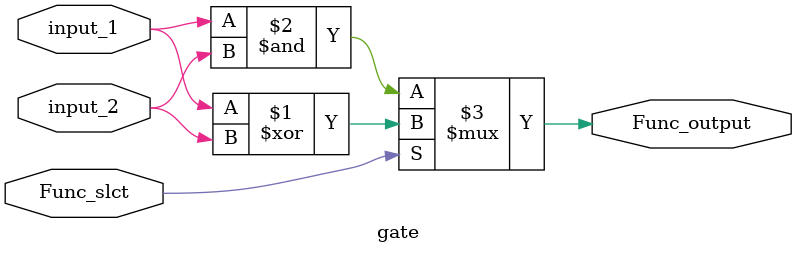
<source format=v>
module Lab_1(
    input  clk_,
    input  reset_, 
    input  func_select,
    output [2:0] counter, 
    output func_output);


 wire  operand1;
   wire  operand2; 
 
    bit_counter counter_(
        .clk(clk_),
        .reset(reset_),
        .output_(counter)
        
    );


  
 
assign operand1= counter[0];
assign operand2=counter[2];


    gate gate_(
        .input_1(operand1),
        .input_2(operand2),
        .Func_slct(func_select),
        .Func_output(func_output)
    );

endmodule

module bit_counter(
    input clk,
    input  reset,
    
    output   [2:0]  output_
);

reg [2:0] output_count ; 
    always @(posedge clk  or negedge reset)
    begin
        if (!reset)
            output_count <= 3'b000;
        else
            output_count <= output_count + 1;
       
    end
    
assign output_ = output_count ; 

endmodule

module gate(
    input   input_1,
    input   input_2,
    input  Func_slct,
    output  Func_output
);

    assign Func_output = (Func_slct) ? (input_1 ^ input_2) : (input_1 & input_2)  ; 
    endmodule 
</source>
